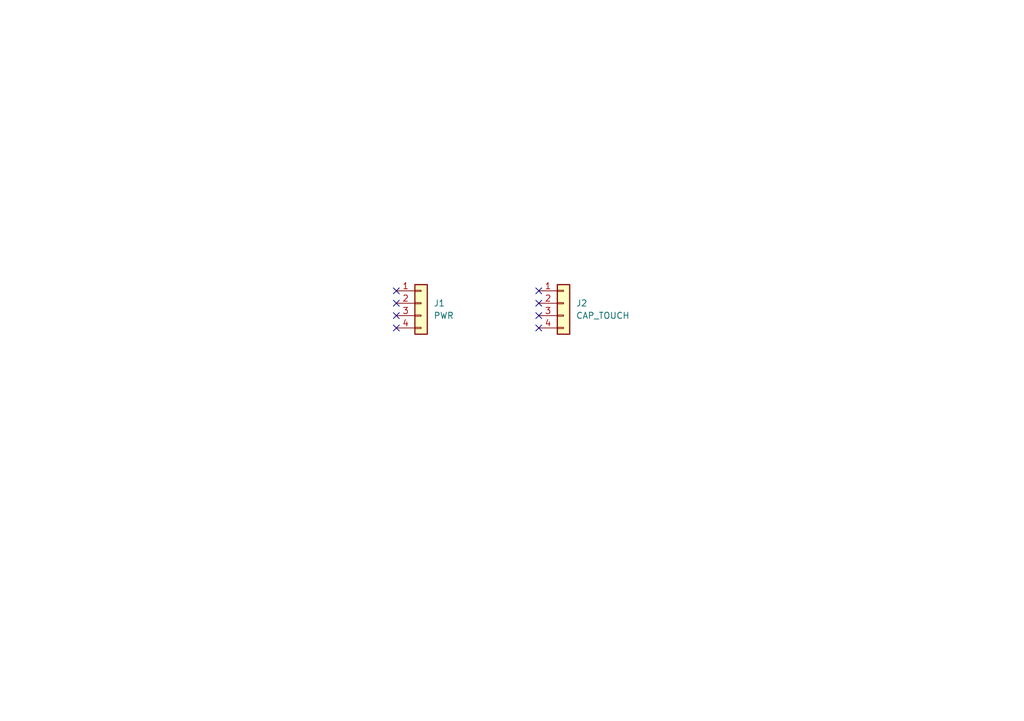
<source format=kicad_sch>
(kicad_sch (version 20230121) (generator eeschema)
  (paper "A5")
  (lib_symbols
    (symbol "Connector_Generic:Conn_01x04" (pin_names (offset 1.016) hide)
      (property "Reference" "J" (at 0 5.08 0))
      (property "Value" "Conn_01x04" (at 0 -7.62 0))
      (symbol "Conn_01x04_1_1"
        (rectangle (start -1.27 -4.953) (end 0 -5.207) (stroke (width 0.1524)))
        (rectangle (start -1.27 -2.413) (end 0 -2.667) (stroke (width 0.1524)))
        (rectangle (start -1.27 0.127) (end 0 -0.127) (stroke (width 0.1524)))
        (rectangle (start -1.27 2.667) (end 0 2.413) (stroke (width 0.1524)))
        (rectangle (start -1.27 3.81) (end 1.27 -6.35) (stroke (width 0.254)) (fill (type background)))
        (pin passive line (at -5.08 2.54 0) (length 3.81) (name "Pin_1") (number "1"))
        (pin passive line (at -5.08 0 0) (length 3.81) (name "Pin_2") (number "2"))
        (pin passive line (at -5.08 -2.54 0) (length 3.81) (name "Pin_3") (number "3"))
        (pin passive line (at -5.08 -5.08 0) (length 3.81) (name "Pin_4") (number "4"))
      )
    )
  )
  (no_connect (at 110.49 62.23))
  (no_connect (at 110.49 67.31))
  (no_connect (at 110.49 64.77))
  (no_connect (at 110.49 59.69))
  (no_connect (at 81.28 62.23))
  (no_connect (at 81.28 67.31))
  (no_connect (at 81.28 64.77))
  (no_connect (at 81.28 59.69))
  (symbol (lib_id "Connector_Generic:Conn_01x04") (at 115.57 62.23 0) (unit 1)
    (property "Reference" "J2" (at 118.11 62.23 0) (effects (justify left)))
    (property "Value" "CAP_TOUCH" (at 118.11 64.77 0) (effects (justify left)))
    (property "Footprint" "fp:PinHeader_1x04_P2.54mm_Vertical_SMD_Both" (effects hide))
  )
  (symbol (lib_id "Connector_Generic:Conn_01x04") (at 86.36 62.23 0) (unit 1)
    (property "Reference" "J1" (at 88.9 62.23 0) (effects (justify left)))
    (property "Value" "PWR" (at 88.9 64.77 0) (effects (justify left)))
    (property "Footprint" "fp:PinHeader_1x04_P2.54mm_Vertical_SMD_Both" (effects hide))
  )
)
</source>
